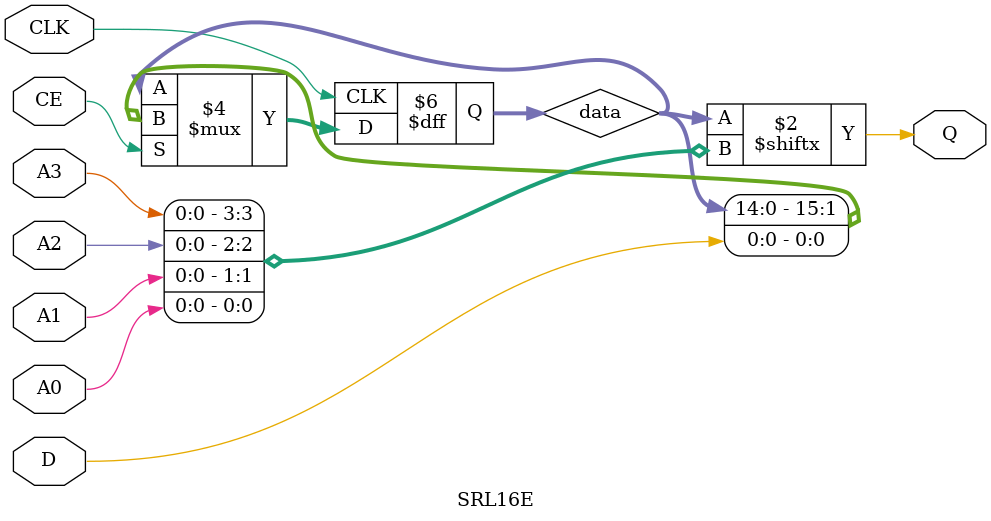
<source format=v>


module counter (OUT, CLK, ENABLE, RESET);
   parameter width = 4; // to be overwriten
   output [width-1:0] OUT;
   input 	      CLK;
   input 	      ENABLE;
   input 	      RESET;

   reg [width-1:0]    OUT;
   initial OUT = 0;
   always @(posedge CLK)
     if (RESET)
       OUT <= 0;
     else if (ENABLE)
       OUT <= OUT + 1;

endmodule // counter

//////////////////////////////////////////////////////////////////////////
//variable width register with enable and sync reset
module register (I, O, E, C, R);
   parameter width = 1; // to be overwriten
   input [width-1:0] I;
   output [width-1:0] O;
   input 	      E;
   input 	      C;
   input 	      R;
   
   reg [width-1:0]    O;
   initial O = 0;
   always @(posedge C)
     if (R)
       O <= 0;
     else if (E)
       O <= I;
   
endmodule // register

//////////////////////////////////////////////////////////////////////////
//variable width SET RESET flip-flop
module SRflop (S, R, O, C);
   parameter width = 1; // to be overwriten
   
   input [width-1:0] S;
   input [width-1:0] R;
   output [width-1:0] O;
   input 	      C;

   reg [width-1:0]    O;
   initial O = 0;
   always @ (posedge C)
     if (R)
       O <= 0;
     else if (S)
       O <= 1;
   
endmodule // SRflop

//////////////////////////////////////////////////////////////////////////
//shift register
module shiftReg(I, Data, Q, E, C, R);
   parameter width = 4; // to be overwriten 
   input I, C, R, E;
   output Q;
   output [width-1:0] Data;

   reg [width-1:0] Data;
   initial Data = 0;
   
   always @ (posedge C)
     if (R)
       Data <= 0;
     else if (E)
       Data <= {Data[width-2:0], I};
   
   assign 	   Q = Data[width-1];
endmodule

//////////////////////////////////////////////////////////////////////////
//loadable variable width circular shift by 4bit
//register with synchronus reset 
module shiftLeft4_Ld (IN, OUT, CLK, LOAD, SHIFT, RESET);
   parameter width = 16; // to be overwriten 

   input [width-1:0] IN;
   output [width-1:0] OUT;
   input 	      CLK;
   input 	      LOAD;
   input 	      SHIFT;
   input 	      RESET;
   
   reg [width - 1:0]   OUT;
   initial OUT = 0;

   always @(posedge CLK)
     if (RESET)
       OUT <= 0;
     else if (LOAD)
       OUT <= IN;
     else if (SHIFT)    
       OUT <= {OUT[width-5:0], OUT[width-1:width-4]};

endmodule // shiftBy4

//////////////////////////////////////////////////////////////////////////
//variable width shift by 4bit register with synchronus reset
module shiftLeft4 (IN, OUT, CLK, SHIFT, RESET);
   parameter width = 4; // to be overwriten
   
   input [3:0] IN;
   output [width-1:0] OUT;
   input CLK;
   input SHIFT;
   input RESET;
   
   reg [width-1:0] OUT;
   initial OUT = 0;

   always @ (posedge CLK)
     if (RESET)
       OUT <= 0;
     else if (SHIFT)
       OUT <= {OUT[width-5:0], IN};

endmodule // shiftLeft4

//////////////////////////////////////////////////////////////////////////
//variable width rising edge catcher
module upedge (I, O, C);
   parameter width = 1; // to be overwriten
   
   input [width-1:0] I;
   output [width-1:0] O;
   input 	      C;
   
   reg [width-1:0]    D0;
   reg [width-1:0]    D1;
   
   always @(posedge C) begin
      D1 <= D0;
      D0 <= I;      
   end
   
   assign O =  ~D1 & D0;
endmodule // upedge

//////////////////////////////////////////////////////////////////////////
//variable width rising edge catcher
module upedge_A (I, O, C);
   parameter width = 1; // to be overwriten
   
   input [width-1:0] I;
   output [width-1:0] O;
   input 	      C;
   
   reg [width-1:0]    D;
   
   always @(posedge C) begin
      D <= I;      
   end
   
   assign O =  ~D & I;
endmodule // upedge
//////////////////////////////////////////////////////////////////////////
//variable length debouncer (untested)
// length = number of flip flops to use
// debounce period = 2 ^ (length - 1)
// (larger lenght)=(longer debounceing period)
module bin_debounce (I, O, C);
   parameter length = 4; // to be overwriten
   
   input     I;
   output    O;
   input     C;
   
   reg [length-1:0] cntr;
   initial cntr = 0;

   always @(posedge C) begin
      if (cntr[length-1] ^ I) begin
	 cntr <= cntr + 1;
      end
   end
   
   upedge dbnc(.I(cntr[length-1]), .O(O), .C(C));
   
endmodule // bin_debounce

//////////////////////////////////////////////////////////////////////////
//binary to segment LED converter (untested)
// converts from 4bit input to coresponding 
module bin2HexLED (IN, SEGLED);
   input [3:0] IN;
   output [6:0] SEGLED;
   reg [6:0] 	SEGLED;
   
   always @(IN) begin
      case (IN)
	4'h0: SEGLED <= 7'b0111111;
	4'h1: SEGLED <= 7'b0000110;
	4'h2: SEGLED <= 7'b1010011;
	4'h3: SEGLED <= 7'b1001111;
	4'h4: SEGLED <= 7'b1100110;
	4'h5: SEGLED <= 7'b1101101;
	4'h6: SEGLED <= 7'b1111101;
	4'h7: SEGLED <= 7'b0000111;
	4'h8: SEGLED <= 7'b1111111;
	4'h9: SEGLED <= 7'b1100111;
	4'hA: SEGLED <= 7'b1110111;
	4'hB: SEGLED <= 7'b1111100;
	4'hC: SEGLED <= 7'b1011000;
	4'hD: SEGLED <= 7'b1011110;
	4'hE: SEGLED <= 7'b1110011;
	4'hF: SEGLED <= 7'b1110001;
      endcase
   end
endmodule // HEXLED

//////////////////////////////////////////////////////////////////////////
//binary to segment LED converter (untested)
// converts from 6bit input to coresponding alphabetical display
// on segment LED
module CHARLED (SEGLED, IN);
   input [5:0] IN;
   output [6:0] SEGLED;
   reg [6:0] 	SEGLED;
   
   always @(IN) begin
      case (IN)
	6'h00: SEGLED <= 7'b0111111;
	6'h01: SEGLED <= 7'b0000110;
	6'h02: SEGLED <= 7'b1010011;
	6'h03: SEGLED <= 7'b1001111;
	6'h04: SEGLED <= 7'b1100110;
	6'h05: SEGLED <= 7'b1101101;
	6'h06: SEGLED <= 7'b1111101;
	6'h07: SEGLED <= 7'b0000111;
	6'h08: SEGLED <= 7'b1111111;
	6'h09: SEGLED <= 7'b1100111;
	6'h0A: SEGLED <= 7'b1110111;
	6'h0B: SEGLED <= 7'b1111100;
	6'h0C: SEGLED <= 7'b1011000;
	6'h0D: SEGLED <= 7'b1011110;
	6'h0E: SEGLED <= 7'b1111001;
	6'h0F: SEGLED <= 7'b1110001;
	6'h10: SEGLED <= 7'b1101111;//G
	6'h11: SEGLED <= 7'b1110100;//H
	6'h12: SEGLED <= 7'b0110000;//I
	6'h13: SEGLED <= 7'b0011110;//J
	6'h14: SEGLED <= 7'b0001000;//K - not displayable "_"
	6'h15: SEGLED <= 7'b0111000;//L
	6'h16: SEGLED <= 7'b0001000;//M
	6'h17: SEGLED <= 7'b1010100;//N
	6'h18: SEGLED <= 7'b1011100;//O
	6'h19: SEGLED <= 7'b1110011;//P
	6'h1A: SEGLED <= 7'b0001000;//Q - not displayable "_"
	6'h1B: SEGLED <= 7'b1010000;//R
	6'h1C: SEGLED <= 7'b1101101;//S
	6'h1D: SEGLED <= 7'b1111000;//T
	6'h1E: SEGLED <= 7'b0011100;//U
	6'h1F: SEGLED <= 7'b0001000;//V - not displayable "_"
	6'h20: SEGLED <= 7'b0001000;//W - not displayable "_"
	6'h21: SEGLED <= 7'b1110110;//X
	6'h22: SEGLED <= 7'b1101110;//Y
	6'h23: SEGLED <= 7'b0001000;//Z - not displayable "_"
	default:  SEGLED <= 7'b0000000;//
      endcase
   end // always @ (IN)
endmodule


///////////////////////////////////////////////////////////
//NOTE:
//The following modules are Xilinx Virtex FPGA primatives
//for further infor mation about the functions of these
//primatives please consult the xilinx online manuals at:
//http://toolbox.xilinx.com/docsan/xilinx5/manuals.htm
//under section Libraries Guide/Design Elements

///////////////////////////////////////////////////////////
//BUFG is a xilinx primitive for global clock buffering

module BUFG (I, O) /* synthesis syn_black_box */;
   input I;
   output O;
   //Behavior module of BUFG for simulation
   assign O = I;
endmodule

///////////////////////////////////////////////////////////
//16-Bit Shift Register Look-Up-Table (LUT)
//with Carry and Clock Enable.

module SRL16E (Q, A0, A1, A2, A3, CE, CLK, D) /* synthesis syn_black_box */;
   parameter initData = 16'h0000;
   input D, CE, CLK;
   input A0, A1, A2, A3;
   output      Q;

   //Behavior description of SRL16E for simulation
   reg [15:0] data;

   initial data = initData;
   
   always @ (posedge CLK)
     if (CE)
       data <= {data[14:0], D};

   assign     Q = data[{A3, A2, A1, A0}];   
endmodule

</source>
